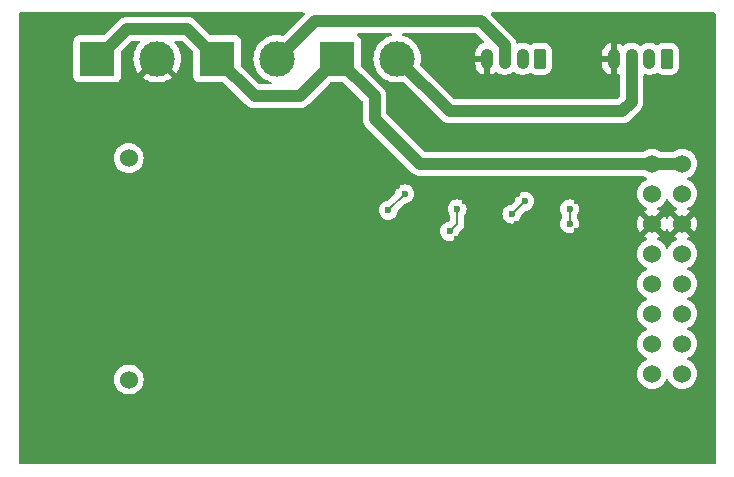
<source format=gbr>
%TF.GenerationSoftware,KiCad,Pcbnew,8.0.1*%
%TF.CreationDate,2024-09-05T21:12:14+03:00*%
%TF.ProjectId,eth-uart-breakout,6574682d-7561-4727-942d-627265616b6f,rev?*%
%TF.SameCoordinates,Original*%
%TF.FileFunction,Copper,L1,Top*%
%TF.FilePolarity,Positive*%
%FSLAX46Y46*%
G04 Gerber Fmt 4.6, Leading zero omitted, Abs format (unit mm)*
G04 Created by KiCad (PCBNEW 8.0.1) date 2024-09-05 21:12:14*
%MOMM*%
%LPD*%
G01*
G04 APERTURE LIST*
G04 Aperture macros list*
%AMRoundRect*
0 Rectangle with rounded corners*
0 $1 Rounding radius*
0 $2 $3 $4 $5 $6 $7 $8 $9 X,Y pos of 4 corners*
0 Add a 4 corners polygon primitive as box body*
4,1,4,$2,$3,$4,$5,$6,$7,$8,$9,$2,$3,0*
0 Add four circle primitives for the rounded corners*
1,1,$1+$1,$2,$3*
1,1,$1+$1,$4,$5*
1,1,$1+$1,$6,$7*
1,1,$1+$1,$8,$9*
0 Add four rect primitives between the rounded corners*
20,1,$1+$1,$2,$3,$4,$5,0*
20,1,$1+$1,$4,$5,$6,$7,0*
20,1,$1+$1,$6,$7,$8,$9,0*
20,1,$1+$1,$8,$9,$2,$3,0*%
G04 Aperture macros list end*
%TA.AperFunction,ComponentPad*%
%ADD10RoundRect,0.250000X0.265000X0.615000X-0.265000X0.615000X-0.265000X-0.615000X0.265000X-0.615000X0*%
%TD*%
%TA.AperFunction,ComponentPad*%
%ADD11O,1.030000X1.730000*%
%TD*%
%TA.AperFunction,ComponentPad*%
%ADD12R,3.000000X3.000000*%
%TD*%
%TA.AperFunction,ComponentPad*%
%ADD13C,3.000000*%
%TD*%
%TA.AperFunction,ComponentPad*%
%ADD14C,1.524000*%
%TD*%
%TA.AperFunction,ViaPad*%
%ADD15C,0.600000*%
%TD*%
%TA.AperFunction,Conductor*%
%ADD16C,0.200000*%
%TD*%
%TA.AperFunction,Conductor*%
%ADD17C,1.000000*%
%TD*%
G04 APERTURE END LIST*
D10*
%TO.P,J2,1,Pin_1*%
%TO.N,/jst_conn1/TX*%
X106680000Y-60960000D03*
D11*
%TO.P,J2,2,Pin_2*%
%TO.N,/jst_conn1/RX*%
X105180000Y-60960000D03*
%TO.P,J2,3,Pin_3*%
%TO.N,/jst_conn1/VCC*%
X103680000Y-60960000D03*
%TO.P,J2,4,Pin_4*%
%TO.N,GND*%
X102180000Y-60960000D03*
%TD*%
D12*
%TO.P,J4,1,Pin_1*%
%TO.N,+5V*%
X68580000Y-60960000D03*
D13*
%TO.P,J4,2,Pin_2*%
%TO.N,/jst_conn/VCC*%
X73660000Y-60960000D03*
%TD*%
D12*
%TO.P,J3,1,Pin_1*%
%TO.N,+5V*%
X58420000Y-60960000D03*
D13*
%TO.P,J3,2,Pin_2*%
%TO.N,GND*%
X63500000Y-60960000D03*
%TD*%
D14*
%TO.P,U1,1,5V*%
%TO.N,+5V*%
X107950000Y-69850000D03*
%TO.P,U1,2,5V*%
X105410000Y-69850000D03*
%TO.P,U1,3,3V3*%
%TO.N,unconnected-(U1-3V3-Pad3)*%
X107950000Y-72390000D03*
%TO.P,U1,4,3V3*%
%TO.N,unconnected-(U1-3V3-Pad4)*%
X105410000Y-72390000D03*
%TO.P,U1,5,GND*%
%TO.N,GND*%
X107950000Y-74930000D03*
%TO.P,U1,6,GND*%
X105410000Y-74930000D03*
%TO.P,U1,7,RST1*%
%TO.N,unconnected-(U1-RST1-Pad7)*%
X107950000Y-77470000D03*
%TO.P,U1,8,RESET*%
%TO.N,unconnected-(U1-RESET-Pad8)*%
X105410000Y-77470000D03*
%TO.P,U1,9,TXD1*%
%TO.N,Net-(JP1-A)*%
X107950000Y-80010000D03*
%TO.P,U1,10,TXD2*%
%TO.N,Net-(JP3-A)*%
X105410000Y-80010000D03*
%TO.P,U1,11,RXD1*%
%TO.N,Net-(JP2-A)*%
X107950000Y-82550000D03*
%TO.P,U1,12,RXD2*%
%TO.N,Net-(JP4-A)*%
X105410000Y-82550000D03*
%TO.P,U1,13,CFG0*%
%TO.N,unconnected-(U1-CFG0-Pad13)*%
X107950000Y-85090000D03*
%TO.P,U1,14,RUN*%
%TO.N,unconnected-(U1-RUN-Pad14)*%
X105410000Y-85090000D03*
%TO.P,U1,15,DIR1*%
%TO.N,unconnected-(U1-DIR1-Pad15)*%
X107950000Y-87630000D03*
%TO.P,U1,16,DIR2*%
%TO.N,unconnected-(U1-DIR2-Pad16)*%
X105410000Y-87630000D03*
%TO.P,U1,17,NC*%
%TO.N,unconnected-(U1-NC-Pad17)*%
X61100000Y-69365000D03*
%TO.P,U1,18,NC*%
%TO.N,unconnected-(U1-NC-Pad18)*%
X61100000Y-88115000D03*
%TD*%
D12*
%TO.P,J5,1,Pin_1*%
%TO.N,+5V*%
X78740000Y-60960000D03*
D13*
%TO.P,J5,2,Pin_2*%
%TO.N,/jst_conn1/VCC*%
X83820000Y-60960000D03*
%TD*%
D10*
%TO.P,J1,1,Pin_1*%
%TO.N,/jst_conn/TX*%
X95940000Y-60960000D03*
D11*
%TO.P,J1,2,Pin_2*%
%TO.N,/jst_conn/RX*%
X94440000Y-60960000D03*
%TO.P,J1,3,Pin_3*%
%TO.N,/jst_conn/VCC*%
X92940000Y-60960000D03*
%TO.P,J1,4,Pin_4*%
%TO.N,GND*%
X91440000Y-60960000D03*
%TD*%
D15*
%TO.N,/jst_conn/TX*%
X88900000Y-73660000D03*
X88265000Y-75565000D03*
%TO.N,GND*%
X100330000Y-81280000D03*
X75565000Y-70485000D03*
X99060000Y-59690000D03*
X88900000Y-76200000D03*
X53975000Y-89535000D03*
X89535000Y-78740000D03*
X96520000Y-59055000D03*
X102235000Y-72390000D03*
X102235000Y-79375000D03*
X83185000Y-70485000D03*
X83820000Y-71755000D03*
X81915000Y-84455000D03*
X59690000Y-80645000D03*
X78105000Y-81280000D03*
X68580000Y-76200000D03*
X99060000Y-75565000D03*
X100330000Y-87630000D03*
X83185000Y-74930000D03*
X54610000Y-74295000D03*
X88265000Y-60960000D03*
X76200000Y-88265000D03*
X108585000Y-64135000D03*
X94615000Y-59055000D03*
X93345000Y-78740000D03*
X53975000Y-67945000D03*
X93980000Y-74930000D03*
X90805000Y-87630000D03*
X92710000Y-81915000D03*
X89535000Y-73025000D03*
X105410000Y-59055000D03*
X107315000Y-59055000D03*
X53975000Y-83820000D03*
X99060000Y-73025000D03*
X93980000Y-72390000D03*
X95885000Y-81915000D03*
X67945000Y-88900000D03*
X53975000Y-60325000D03*
X99060000Y-78740000D03*
%TO.N,/jst_conn1/TX*%
X98425000Y-73660000D03*
X98425000Y-74930000D03*
%TO.N,Net-(JP1-A)*%
X83063235Y-73781765D03*
X84455000Y-72390000D03*
%TO.N,Net-(JP3-A)*%
X93540735Y-74099265D03*
X94615000Y-73025000D03*
%TD*%
D16*
%TO.N,/jst_conn/TX*%
X88265000Y-75565000D02*
X88900000Y-74930000D01*
X88900000Y-74930000D02*
X88900000Y-73660000D01*
D17*
%TO.N,/jst_conn/VCC*%
X92940000Y-59795000D02*
X92940000Y-60960000D01*
X90930000Y-57785000D02*
X92940000Y-59795000D01*
X76835000Y-57785000D02*
X90930000Y-57785000D01*
X73660000Y-60960000D02*
X76835000Y-57785000D01*
%TO.N,/jst_conn1/VCC*%
X103680000Y-64595000D02*
X103680000Y-60960000D01*
X88265000Y-65405000D02*
X102870000Y-65405000D01*
X102870000Y-65405000D02*
X103680000Y-64595000D01*
X83820000Y-60960000D02*
X88265000Y-65405000D01*
D16*
%TO.N,/jst_conn1/TX*%
X98425000Y-74295000D02*
X98425000Y-73660000D01*
X98425000Y-74930000D02*
X98425000Y-74295000D01*
D17*
%TO.N,+5V*%
X81915000Y-66040000D02*
X81915000Y-64135000D01*
X81915000Y-64135000D02*
X78740000Y-60960000D01*
X71755000Y-64135000D02*
X75565000Y-64135000D01*
X85725000Y-69850000D02*
X81915000Y-66040000D01*
X68580000Y-60960000D02*
X71755000Y-64135000D01*
X58420000Y-60960000D02*
X60960000Y-58420000D01*
X60960000Y-58420000D02*
X66040000Y-58420000D01*
X105410000Y-69850000D02*
X85725000Y-69850000D01*
X66040000Y-58420000D02*
X68580000Y-60960000D01*
X75565000Y-64135000D02*
X78740000Y-60960000D01*
X105410000Y-69850000D02*
X107950000Y-69850000D01*
D16*
%TO.N,Net-(JP1-A)*%
X83063235Y-73781765D02*
X84455000Y-72390000D01*
%TO.N,Net-(JP3-A)*%
X93540735Y-74099265D02*
X94615000Y-73025000D01*
%TD*%
%TA.AperFunction,Conductor*%
%TO.N,GND*%
G36*
X75952256Y-57040185D02*
G01*
X75998011Y-57092989D01*
X76007955Y-57162147D01*
X75978930Y-57225703D01*
X75972898Y-57232181D01*
X74227259Y-58977819D01*
X74165936Y-59011304D01*
X74113220Y-59011304D01*
X73945435Y-58974805D01*
X73945428Y-58974804D01*
X73660001Y-58954390D01*
X73659999Y-58954390D01*
X73374566Y-58974804D01*
X73094962Y-59035628D01*
X72826833Y-59135635D01*
X72575690Y-59272770D01*
X72575682Y-59272775D01*
X72346612Y-59444254D01*
X72346594Y-59444270D01*
X72144270Y-59646594D01*
X72144254Y-59646612D01*
X71972775Y-59875682D01*
X71972770Y-59875690D01*
X71835635Y-60126833D01*
X71735628Y-60394962D01*
X71674804Y-60674566D01*
X71654390Y-60959998D01*
X71654390Y-60960001D01*
X71674804Y-61245433D01*
X71735628Y-61525037D01*
X71735630Y-61525043D01*
X71735631Y-61525046D01*
X71835557Y-61792958D01*
X71835635Y-61793166D01*
X71972770Y-62044309D01*
X71972775Y-62044317D01*
X72144254Y-62273387D01*
X72144270Y-62273405D01*
X72346594Y-62475729D01*
X72346612Y-62475745D01*
X72575682Y-62647224D01*
X72575690Y-62647229D01*
X72826833Y-62784364D01*
X72826832Y-62784364D01*
X72826836Y-62784365D01*
X72826839Y-62784367D01*
X73094954Y-62884369D01*
X73108000Y-62887207D01*
X73117776Y-62889334D01*
X73179099Y-62922819D01*
X73212583Y-62984142D01*
X73207599Y-63053834D01*
X73165727Y-63109767D01*
X73100263Y-63134184D01*
X73091417Y-63134500D01*
X72220782Y-63134500D01*
X72153743Y-63114815D01*
X72133101Y-63098181D01*
X70616818Y-61581898D01*
X70583333Y-61520575D01*
X70580499Y-61494217D01*
X70580499Y-59412129D01*
X70580498Y-59412123D01*
X70580497Y-59412116D01*
X70574091Y-59352517D01*
X70562370Y-59321092D01*
X70523797Y-59217671D01*
X70523793Y-59217664D01*
X70437547Y-59102455D01*
X70437544Y-59102452D01*
X70322335Y-59016206D01*
X70322328Y-59016202D01*
X70187482Y-58965908D01*
X70187483Y-58965908D01*
X70127883Y-58959501D01*
X70127881Y-58959500D01*
X70127873Y-58959500D01*
X70127865Y-58959500D01*
X68045783Y-58959500D01*
X67978744Y-58939815D01*
X67958102Y-58923181D01*
X66824209Y-57789289D01*
X66824206Y-57789285D01*
X66824206Y-57789286D01*
X66817139Y-57782219D01*
X66817139Y-57782218D01*
X66677782Y-57642861D01*
X66677781Y-57642860D01*
X66677780Y-57642859D01*
X66513916Y-57533369D01*
X66513911Y-57533366D01*
X66441315Y-57503296D01*
X66385165Y-57480038D01*
X66331836Y-57457949D01*
X66331832Y-57457948D01*
X66331828Y-57457946D01*
X66235188Y-57438724D01*
X66138544Y-57419500D01*
X66138541Y-57419500D01*
X61058540Y-57419500D01*
X60861459Y-57419500D01*
X60861456Y-57419500D01*
X60668171Y-57457946D01*
X60668167Y-57457948D01*
X60668165Y-57457948D01*
X60668164Y-57457949D01*
X60592745Y-57489188D01*
X60592743Y-57489189D01*
X60486085Y-57533368D01*
X60486085Y-57533369D01*
X60486084Y-57533369D01*
X60322222Y-57642857D01*
X60322214Y-57642863D01*
X59041897Y-58923181D01*
X58980574Y-58956666D01*
X58954216Y-58959500D01*
X56872129Y-58959500D01*
X56872123Y-58959501D01*
X56812516Y-58965908D01*
X56677671Y-59016202D01*
X56677664Y-59016206D01*
X56562455Y-59102452D01*
X56562452Y-59102455D01*
X56476206Y-59217664D01*
X56476202Y-59217671D01*
X56425908Y-59352517D01*
X56419501Y-59412116D01*
X56419501Y-59412123D01*
X56419500Y-59412135D01*
X56419500Y-62507870D01*
X56419501Y-62507876D01*
X56425908Y-62567483D01*
X56476202Y-62702328D01*
X56476206Y-62702335D01*
X56562452Y-62817544D01*
X56562455Y-62817547D01*
X56677664Y-62903793D01*
X56677671Y-62903797D01*
X56812517Y-62954091D01*
X56812516Y-62954091D01*
X56819444Y-62954835D01*
X56872127Y-62960500D01*
X59967872Y-62960499D01*
X60027483Y-62954091D01*
X60162331Y-62903796D01*
X60277546Y-62817546D01*
X60363796Y-62702331D01*
X60414091Y-62567483D01*
X60420500Y-62507873D01*
X60420499Y-60425782D01*
X60440184Y-60358744D01*
X60456818Y-60338102D01*
X61338102Y-59456819D01*
X61399425Y-59423334D01*
X61425783Y-59420500D01*
X61911710Y-59420500D01*
X61978749Y-59440185D01*
X62024504Y-59492989D01*
X62034448Y-59562147D01*
X62005423Y-59625703D01*
X61999391Y-59632181D01*
X61984649Y-59646922D01*
X61984639Y-59646934D01*
X61813192Y-59875960D01*
X61813191Y-59875961D01*
X61676091Y-60127041D01*
X61576109Y-60395104D01*
X61515300Y-60674637D01*
X61494891Y-60959998D01*
X61494891Y-60960001D01*
X61515300Y-61245362D01*
X61576109Y-61524895D01*
X61676091Y-61792958D01*
X61813191Y-62044038D01*
X61813196Y-62044046D01*
X61919882Y-62186561D01*
X61919883Y-62186562D01*
X62814767Y-61291677D01*
X62826497Y-61319995D01*
X62909670Y-61444472D01*
X63015528Y-61550330D01*
X63140005Y-61633503D01*
X63168320Y-61645231D01*
X62273436Y-62540115D01*
X62415960Y-62646807D01*
X62415961Y-62646808D01*
X62667042Y-62783908D01*
X62667041Y-62783908D01*
X62935104Y-62883890D01*
X63214637Y-62944699D01*
X63499999Y-62965109D01*
X63500001Y-62965109D01*
X63785362Y-62944699D01*
X64064895Y-62883890D01*
X64332958Y-62783908D01*
X64584047Y-62646803D01*
X64726561Y-62540116D01*
X64726562Y-62540115D01*
X63831679Y-61645231D01*
X63859995Y-61633503D01*
X63984472Y-61550330D01*
X64090330Y-61444472D01*
X64173503Y-61319995D01*
X64185231Y-61291678D01*
X65080115Y-62186562D01*
X65080116Y-62186561D01*
X65186803Y-62044047D01*
X65323908Y-61792958D01*
X65423890Y-61524895D01*
X65484699Y-61245362D01*
X65505109Y-60960001D01*
X65505109Y-60959998D01*
X65484699Y-60674637D01*
X65423890Y-60395104D01*
X65323908Y-60127041D01*
X65186808Y-59875961D01*
X65186807Y-59875960D01*
X65015360Y-59646934D01*
X65015350Y-59646922D01*
X65000609Y-59632181D01*
X64967124Y-59570858D01*
X64972108Y-59501166D01*
X65013980Y-59445233D01*
X65079444Y-59420816D01*
X65088290Y-59420500D01*
X65574218Y-59420500D01*
X65641257Y-59440185D01*
X65661899Y-59456819D01*
X66543181Y-60338101D01*
X66576666Y-60399424D01*
X66579500Y-60425782D01*
X66579500Y-62507870D01*
X66579501Y-62507876D01*
X66585908Y-62567483D01*
X66636202Y-62702328D01*
X66636206Y-62702335D01*
X66722452Y-62817544D01*
X66722455Y-62817547D01*
X66837664Y-62903793D01*
X66837671Y-62903797D01*
X66972517Y-62954091D01*
X66972516Y-62954091D01*
X66979444Y-62954835D01*
X67032127Y-62960500D01*
X69114217Y-62960499D01*
X69181256Y-62980184D01*
X69201898Y-62996818D01*
X70974735Y-64769655D01*
X70974764Y-64769686D01*
X71117217Y-64912139D01*
X71281080Y-65021628D01*
X71281086Y-65021632D01*
X71281088Y-65021633D01*
X71281092Y-65021635D01*
X71334479Y-65043747D01*
X71395236Y-65068914D01*
X71463164Y-65097051D01*
X71559812Y-65116275D01*
X71608135Y-65125887D01*
X71656458Y-65135500D01*
X71656459Y-65135500D01*
X75663542Y-65135500D01*
X75682870Y-65131655D01*
X75760188Y-65116275D01*
X75856836Y-65097051D01*
X75924764Y-65068914D01*
X76038914Y-65021632D01*
X76202782Y-64912139D01*
X76342139Y-64772782D01*
X76342140Y-64772779D01*
X76349206Y-64765714D01*
X76349209Y-64765710D01*
X78118101Y-62996818D01*
X78179424Y-62963333D01*
X78205782Y-62960499D01*
X79274217Y-62960499D01*
X79341256Y-62980184D01*
X79361898Y-62996818D01*
X80878181Y-64513101D01*
X80911666Y-64574424D01*
X80914500Y-64600782D01*
X80914500Y-66138541D01*
X80914500Y-66138543D01*
X80914499Y-66138543D01*
X80952947Y-66331829D01*
X80952950Y-66331839D01*
X81028364Y-66513907D01*
X81028371Y-66513920D01*
X81137859Y-66677780D01*
X81137860Y-66677781D01*
X81137861Y-66677782D01*
X81277218Y-66817139D01*
X81277219Y-66817139D01*
X81284286Y-66824206D01*
X81284285Y-66824206D01*
X81284289Y-66824209D01*
X85087215Y-70627137D01*
X85087219Y-70627140D01*
X85251079Y-70736628D01*
X85251085Y-70736631D01*
X85251086Y-70736632D01*
X85433165Y-70812052D01*
X85594389Y-70844121D01*
X85626457Y-70850499D01*
X85626458Y-70850500D01*
X85626459Y-70850500D01*
X85626460Y-70850500D01*
X85823541Y-70850500D01*
X104598662Y-70850500D01*
X104665701Y-70870185D01*
X104669767Y-70872912D01*
X104776338Y-70947534D01*
X104899972Y-71005185D01*
X104905189Y-71007618D01*
X104957628Y-71053790D01*
X104976780Y-71120984D01*
X104956564Y-71187865D01*
X104905189Y-71232382D01*
X104776340Y-71292465D01*
X104776338Y-71292466D01*
X104595377Y-71419175D01*
X104439175Y-71575377D01*
X104312466Y-71756338D01*
X104312465Y-71756340D01*
X104219107Y-71956548D01*
X104219104Y-71956554D01*
X104161930Y-72169929D01*
X104161929Y-72169937D01*
X104142677Y-72389997D01*
X104142677Y-72390002D01*
X104161929Y-72610062D01*
X104161930Y-72610070D01*
X104219104Y-72823445D01*
X104219105Y-72823447D01*
X104219106Y-72823450D01*
X104278613Y-72951063D01*
X104312466Y-73023662D01*
X104312468Y-73023666D01*
X104439170Y-73204615D01*
X104439175Y-73204621D01*
X104595378Y-73360824D01*
X104595384Y-73360829D01*
X104776333Y-73487531D01*
X104776335Y-73487532D01*
X104776338Y-73487534D01*
X104905781Y-73547894D01*
X104958220Y-73594066D01*
X104977372Y-73661260D01*
X104957156Y-73728141D01*
X104905781Y-73772658D01*
X104776590Y-73832901D01*
X104711811Y-73878258D01*
X105382553Y-74549000D01*
X105359840Y-74549000D01*
X105262939Y-74574964D01*
X105176060Y-74625124D01*
X105105124Y-74696060D01*
X105054964Y-74782939D01*
X105029000Y-74879840D01*
X105029000Y-74902553D01*
X104358258Y-74231811D01*
X104312901Y-74296590D01*
X104219579Y-74496720D01*
X104219575Y-74496729D01*
X104162426Y-74710013D01*
X104162424Y-74710023D01*
X104143179Y-74929999D01*
X104143179Y-74930000D01*
X104162424Y-75149976D01*
X104162426Y-75149986D01*
X104219575Y-75363270D01*
X104219580Y-75363284D01*
X104312898Y-75563405D01*
X104312901Y-75563411D01*
X104358258Y-75628187D01*
X104358259Y-75628188D01*
X105029000Y-74957447D01*
X105029000Y-74980160D01*
X105054964Y-75077061D01*
X105105124Y-75163940D01*
X105176060Y-75234876D01*
X105262939Y-75285036D01*
X105359840Y-75311000D01*
X105382553Y-75311000D01*
X104711810Y-75981740D01*
X104776589Y-76027098D01*
X104905781Y-76087342D01*
X104958220Y-76133514D01*
X104977372Y-76200708D01*
X104957156Y-76267589D01*
X104905781Y-76312106D01*
X104776340Y-76372465D01*
X104776338Y-76372466D01*
X104595377Y-76499175D01*
X104439175Y-76655377D01*
X104312466Y-76836338D01*
X104312465Y-76836340D01*
X104219107Y-77036548D01*
X104219104Y-77036554D01*
X104161930Y-77249929D01*
X104161929Y-77249937D01*
X104142677Y-77469997D01*
X104142677Y-77470002D01*
X104161929Y-77690062D01*
X104161930Y-77690070D01*
X104219104Y-77903445D01*
X104219105Y-77903447D01*
X104219106Y-77903450D01*
X104252382Y-77974811D01*
X104312466Y-78103662D01*
X104312468Y-78103666D01*
X104439170Y-78284615D01*
X104439175Y-78284621D01*
X104595378Y-78440824D01*
X104595384Y-78440829D01*
X104776333Y-78567531D01*
X104776335Y-78567532D01*
X104776338Y-78567534D01*
X104895748Y-78623215D01*
X104905189Y-78627618D01*
X104957628Y-78673790D01*
X104976780Y-78740984D01*
X104956564Y-78807865D01*
X104905189Y-78852382D01*
X104776340Y-78912465D01*
X104776338Y-78912466D01*
X104595377Y-79039175D01*
X104439175Y-79195377D01*
X104312466Y-79376338D01*
X104312465Y-79376340D01*
X104219107Y-79576548D01*
X104219104Y-79576554D01*
X104161930Y-79789929D01*
X104161929Y-79789937D01*
X104142677Y-80009997D01*
X104142677Y-80010002D01*
X104161929Y-80230062D01*
X104161930Y-80230070D01*
X104219104Y-80443445D01*
X104219105Y-80443447D01*
X104219106Y-80443450D01*
X104252382Y-80514811D01*
X104312466Y-80643662D01*
X104312468Y-80643666D01*
X104439170Y-80824615D01*
X104439175Y-80824621D01*
X104595378Y-80980824D01*
X104595384Y-80980829D01*
X104776333Y-81107531D01*
X104776335Y-81107532D01*
X104776338Y-81107534D01*
X104895748Y-81163215D01*
X104905189Y-81167618D01*
X104957628Y-81213790D01*
X104976780Y-81280984D01*
X104956564Y-81347865D01*
X104905189Y-81392382D01*
X104776340Y-81452465D01*
X104776338Y-81452466D01*
X104595377Y-81579175D01*
X104439175Y-81735377D01*
X104312466Y-81916338D01*
X104312465Y-81916340D01*
X104219107Y-82116548D01*
X104219104Y-82116554D01*
X104161930Y-82329929D01*
X104161929Y-82329937D01*
X104142677Y-82549997D01*
X104142677Y-82550002D01*
X104161929Y-82770062D01*
X104161930Y-82770070D01*
X104219104Y-82983445D01*
X104219105Y-82983447D01*
X104219106Y-82983450D01*
X104252382Y-83054811D01*
X104312466Y-83183662D01*
X104312468Y-83183666D01*
X104439170Y-83364615D01*
X104439175Y-83364621D01*
X104595378Y-83520824D01*
X104595384Y-83520829D01*
X104776333Y-83647531D01*
X104776335Y-83647532D01*
X104776338Y-83647534D01*
X104895748Y-83703215D01*
X104905189Y-83707618D01*
X104957628Y-83753790D01*
X104976780Y-83820984D01*
X104956564Y-83887865D01*
X104905189Y-83932382D01*
X104776340Y-83992465D01*
X104776338Y-83992466D01*
X104595377Y-84119175D01*
X104439175Y-84275377D01*
X104312466Y-84456338D01*
X104312465Y-84456340D01*
X104219107Y-84656548D01*
X104219104Y-84656554D01*
X104161930Y-84869929D01*
X104161929Y-84869937D01*
X104142677Y-85089997D01*
X104142677Y-85090002D01*
X104161929Y-85310062D01*
X104161930Y-85310070D01*
X104219104Y-85523445D01*
X104219105Y-85523447D01*
X104219106Y-85523450D01*
X104252382Y-85594811D01*
X104312466Y-85723662D01*
X104312468Y-85723666D01*
X104439170Y-85904615D01*
X104439175Y-85904621D01*
X104595378Y-86060824D01*
X104595384Y-86060829D01*
X104776333Y-86187531D01*
X104776335Y-86187532D01*
X104776338Y-86187534D01*
X104895748Y-86243215D01*
X104905189Y-86247618D01*
X104957628Y-86293790D01*
X104976780Y-86360984D01*
X104956564Y-86427865D01*
X104905189Y-86472382D01*
X104776340Y-86532465D01*
X104776338Y-86532466D01*
X104595377Y-86659175D01*
X104439175Y-86815377D01*
X104312466Y-86996338D01*
X104312465Y-86996340D01*
X104219107Y-87196548D01*
X104219104Y-87196554D01*
X104161930Y-87409929D01*
X104161929Y-87409937D01*
X104142677Y-87629997D01*
X104142677Y-87630002D01*
X104161929Y-87850062D01*
X104161930Y-87850070D01*
X104219104Y-88063445D01*
X104219105Y-88063447D01*
X104219106Y-88063450D01*
X104243143Y-88114997D01*
X104312466Y-88263662D01*
X104312468Y-88263666D01*
X104439170Y-88444615D01*
X104439175Y-88444621D01*
X104595378Y-88600824D01*
X104595384Y-88600829D01*
X104776333Y-88727531D01*
X104776335Y-88727532D01*
X104776338Y-88727534D01*
X104976550Y-88820894D01*
X105189932Y-88878070D01*
X105347123Y-88891822D01*
X105409998Y-88897323D01*
X105410000Y-88897323D01*
X105410002Y-88897323D01*
X105465017Y-88892509D01*
X105630068Y-88878070D01*
X105843450Y-88820894D01*
X106043662Y-88727534D01*
X106224620Y-88600826D01*
X106380826Y-88444620D01*
X106507534Y-88263662D01*
X106567618Y-88134811D01*
X106613790Y-88082371D01*
X106680983Y-88063219D01*
X106747865Y-88083435D01*
X106792382Y-88134811D01*
X106852464Y-88263658D01*
X106852468Y-88263666D01*
X106979170Y-88444615D01*
X106979175Y-88444621D01*
X107135378Y-88600824D01*
X107135384Y-88600829D01*
X107316333Y-88727531D01*
X107316335Y-88727532D01*
X107316338Y-88727534D01*
X107516550Y-88820894D01*
X107729932Y-88878070D01*
X107887123Y-88891822D01*
X107949998Y-88897323D01*
X107950000Y-88897323D01*
X107950002Y-88897323D01*
X108005017Y-88892509D01*
X108170068Y-88878070D01*
X108383450Y-88820894D01*
X108583662Y-88727534D01*
X108764620Y-88600826D01*
X108920826Y-88444620D01*
X109047534Y-88263662D01*
X109140894Y-88063450D01*
X109198070Y-87850068D01*
X109217323Y-87630000D01*
X109198070Y-87409932D01*
X109140894Y-87196550D01*
X109047534Y-86996339D01*
X108984180Y-86905859D01*
X108920827Y-86815381D01*
X108920823Y-86815377D01*
X108764620Y-86659174D01*
X108764616Y-86659171D01*
X108764615Y-86659170D01*
X108583666Y-86532468D01*
X108583658Y-86532464D01*
X108454811Y-86472382D01*
X108402371Y-86426210D01*
X108383219Y-86359017D01*
X108403435Y-86292135D01*
X108454811Y-86247618D01*
X108460802Y-86244824D01*
X108583662Y-86187534D01*
X108764620Y-86060826D01*
X108920826Y-85904620D01*
X109047534Y-85723662D01*
X109140894Y-85523450D01*
X109198070Y-85310068D01*
X109217323Y-85090000D01*
X109198070Y-84869932D01*
X109140894Y-84656550D01*
X109047534Y-84456339D01*
X108920826Y-84275380D01*
X108764620Y-84119174D01*
X108764616Y-84119171D01*
X108764615Y-84119170D01*
X108583666Y-83992468D01*
X108583658Y-83992464D01*
X108454811Y-83932382D01*
X108402371Y-83886210D01*
X108383219Y-83819017D01*
X108403435Y-83752135D01*
X108454811Y-83707618D01*
X108460802Y-83704824D01*
X108583662Y-83647534D01*
X108764620Y-83520826D01*
X108920826Y-83364620D01*
X109047534Y-83183662D01*
X109140894Y-82983450D01*
X109198070Y-82770068D01*
X109217323Y-82550000D01*
X109198070Y-82329932D01*
X109140894Y-82116550D01*
X109047534Y-81916339D01*
X108920826Y-81735380D01*
X108764620Y-81579174D01*
X108764616Y-81579171D01*
X108764615Y-81579170D01*
X108583666Y-81452468D01*
X108583658Y-81452464D01*
X108454811Y-81392382D01*
X108402371Y-81346210D01*
X108383219Y-81279017D01*
X108403435Y-81212135D01*
X108454811Y-81167618D01*
X108460802Y-81164824D01*
X108583662Y-81107534D01*
X108764620Y-80980826D01*
X108920826Y-80824620D01*
X109047534Y-80643662D01*
X109140894Y-80443450D01*
X109198070Y-80230068D01*
X109217323Y-80010000D01*
X109198070Y-79789932D01*
X109140894Y-79576550D01*
X109047534Y-79376339D01*
X108920826Y-79195380D01*
X108764620Y-79039174D01*
X108764616Y-79039171D01*
X108764615Y-79039170D01*
X108583666Y-78912468D01*
X108583658Y-78912464D01*
X108454811Y-78852382D01*
X108402371Y-78806210D01*
X108383219Y-78739017D01*
X108403435Y-78672135D01*
X108454811Y-78627618D01*
X108460802Y-78624824D01*
X108583662Y-78567534D01*
X108764620Y-78440826D01*
X108920826Y-78284620D01*
X109047534Y-78103662D01*
X109140894Y-77903450D01*
X109198070Y-77690068D01*
X109217323Y-77470000D01*
X109198070Y-77249932D01*
X109140894Y-77036550D01*
X109047534Y-76836339D01*
X108920826Y-76655380D01*
X108764620Y-76499174D01*
X108764616Y-76499171D01*
X108764615Y-76499170D01*
X108583666Y-76372468D01*
X108583662Y-76372466D01*
X108454218Y-76312105D01*
X108401779Y-76265932D01*
X108382627Y-76198739D01*
X108402843Y-76131858D01*
X108454219Y-76087340D01*
X108583416Y-76027095D01*
X108583417Y-76027094D01*
X108648188Y-75981741D01*
X107977448Y-75311000D01*
X108000160Y-75311000D01*
X108097061Y-75285036D01*
X108183940Y-75234876D01*
X108254876Y-75163940D01*
X108305036Y-75077061D01*
X108331000Y-74980160D01*
X108331000Y-74957447D01*
X109001741Y-75628188D01*
X109047094Y-75563417D01*
X109047100Y-75563407D01*
X109140419Y-75363284D01*
X109140424Y-75363270D01*
X109197573Y-75149986D01*
X109197575Y-75149976D01*
X109216821Y-74930000D01*
X109216821Y-74929999D01*
X109197575Y-74710023D01*
X109197573Y-74710013D01*
X109140424Y-74496729D01*
X109140420Y-74496720D01*
X109047096Y-74296586D01*
X109001741Y-74231811D01*
X109001740Y-74231810D01*
X108331000Y-74902551D01*
X108331000Y-74879840D01*
X108305036Y-74782939D01*
X108254876Y-74696060D01*
X108183940Y-74625124D01*
X108097061Y-74574964D01*
X108000160Y-74549000D01*
X107977448Y-74549000D01*
X108648188Y-73878259D01*
X108648187Y-73878258D01*
X108583411Y-73832901D01*
X108583405Y-73832898D01*
X108454219Y-73772658D01*
X108401779Y-73726486D01*
X108382627Y-73659293D01*
X108402843Y-73592411D01*
X108454219Y-73547894D01*
X108583662Y-73487534D01*
X108764620Y-73360826D01*
X108920826Y-73204620D01*
X109047534Y-73023662D01*
X109140894Y-72823450D01*
X109198070Y-72610068D01*
X109212509Y-72445017D01*
X109217323Y-72390002D01*
X109217323Y-72389997D01*
X109204168Y-72239631D01*
X109198070Y-72169932D01*
X109140894Y-71956550D01*
X109047534Y-71756339D01*
X108983026Y-71664211D01*
X108920827Y-71575381D01*
X108920823Y-71575377D01*
X108764620Y-71419174D01*
X108764616Y-71419171D01*
X108764615Y-71419170D01*
X108583666Y-71292468D01*
X108583658Y-71292464D01*
X108454811Y-71232382D01*
X108402371Y-71186210D01*
X108383219Y-71119017D01*
X108403435Y-71052135D01*
X108454811Y-71007618D01*
X108460802Y-71004824D01*
X108583662Y-70947534D01*
X108764620Y-70820826D01*
X108920826Y-70664620D01*
X109047534Y-70483662D01*
X109140894Y-70283450D01*
X109198070Y-70070068D01*
X109217323Y-69850000D01*
X109198070Y-69629932D01*
X109140894Y-69416550D01*
X109047534Y-69216339D01*
X108920826Y-69035380D01*
X108764620Y-68879174D01*
X108764616Y-68879171D01*
X108764615Y-68879170D01*
X108583666Y-68752468D01*
X108583662Y-68752466D01*
X108538355Y-68731339D01*
X108383450Y-68659106D01*
X108383447Y-68659105D01*
X108383445Y-68659104D01*
X108170070Y-68601930D01*
X108170062Y-68601929D01*
X107950002Y-68582677D01*
X107949998Y-68582677D01*
X107729937Y-68601929D01*
X107729929Y-68601930D01*
X107516554Y-68659104D01*
X107516548Y-68659107D01*
X107316340Y-68752465D01*
X107316338Y-68752466D01*
X107246691Y-68801233D01*
X107209784Y-68827075D01*
X107143580Y-68849402D01*
X107138663Y-68849500D01*
X106221338Y-68849500D01*
X106154299Y-68829815D01*
X106150232Y-68827087D01*
X106043662Y-68752466D01*
X105843450Y-68659106D01*
X105843447Y-68659105D01*
X105843445Y-68659104D01*
X105630070Y-68601930D01*
X105630062Y-68601929D01*
X105410002Y-68582677D01*
X105409998Y-68582677D01*
X105189937Y-68601929D01*
X105189929Y-68601930D01*
X104976554Y-68659104D01*
X104976548Y-68659107D01*
X104776340Y-68752465D01*
X104776338Y-68752466D01*
X104706691Y-68801233D01*
X104669784Y-68827075D01*
X104603580Y-68849402D01*
X104598663Y-68849500D01*
X86190783Y-68849500D01*
X86123744Y-68829815D01*
X86103102Y-68813181D01*
X82951819Y-65661898D01*
X82918334Y-65600575D01*
X82915500Y-65574217D01*
X82915500Y-64036456D01*
X82877052Y-63843170D01*
X82877051Y-63843169D01*
X82877051Y-63843165D01*
X82877049Y-63843160D01*
X82801635Y-63661092D01*
X82801628Y-63661079D01*
X82692139Y-63497218D01*
X82692136Y-63497214D01*
X82549686Y-63354764D01*
X82549655Y-63354735D01*
X80776818Y-61581898D01*
X80743333Y-61520575D01*
X80740499Y-61494217D01*
X80740499Y-59412129D01*
X80740498Y-59412123D01*
X80740497Y-59412116D01*
X80734091Y-59352517D01*
X80722370Y-59321092D01*
X80683797Y-59217671D01*
X80683793Y-59217664D01*
X80597547Y-59102455D01*
X80597544Y-59102452D01*
X80475231Y-59010888D01*
X80476752Y-59008855D01*
X80436823Y-58968925D01*
X80421972Y-58900652D01*
X80446390Y-58835188D01*
X80502324Y-58793318D01*
X80545656Y-58785500D01*
X83251417Y-58785500D01*
X83318456Y-58805185D01*
X83364211Y-58857989D01*
X83374155Y-58927147D01*
X83345130Y-58990703D01*
X83286352Y-59028477D01*
X83277776Y-59030666D01*
X83254961Y-59035629D01*
X83254957Y-59035630D01*
X83254954Y-59035631D01*
X83061983Y-59107605D01*
X82986833Y-59135635D01*
X82735690Y-59272770D01*
X82735682Y-59272775D01*
X82506612Y-59444254D01*
X82506594Y-59444270D01*
X82304270Y-59646594D01*
X82304254Y-59646612D01*
X82132775Y-59875682D01*
X82132770Y-59875690D01*
X81995635Y-60126833D01*
X81895628Y-60394962D01*
X81834804Y-60674566D01*
X81814390Y-60959998D01*
X81814390Y-60960001D01*
X81834804Y-61245433D01*
X81895628Y-61525037D01*
X81895630Y-61525043D01*
X81895631Y-61525046D01*
X81995557Y-61792958D01*
X81995635Y-61793166D01*
X82132770Y-62044309D01*
X82132775Y-62044317D01*
X82304254Y-62273387D01*
X82304270Y-62273405D01*
X82506594Y-62475729D01*
X82506612Y-62475745D01*
X82735682Y-62647224D01*
X82735690Y-62647229D01*
X82986833Y-62784364D01*
X82986832Y-62784364D01*
X82986836Y-62784365D01*
X82986839Y-62784367D01*
X83254954Y-62884369D01*
X83254960Y-62884370D01*
X83254962Y-62884371D01*
X83534566Y-62945195D01*
X83534568Y-62945195D01*
X83534572Y-62945196D01*
X83788163Y-62963333D01*
X83819999Y-62965610D01*
X83820000Y-62965610D01*
X83820001Y-62965610D01*
X83851837Y-62963333D01*
X84105428Y-62945196D01*
X84273222Y-62908694D01*
X84342910Y-62913678D01*
X84387258Y-62942178D01*
X87487860Y-66042781D01*
X87487861Y-66042782D01*
X87627218Y-66182139D01*
X87791086Y-66291632D01*
X87888148Y-66331836D01*
X87973164Y-66367051D01*
X88069812Y-66386275D01*
X88118135Y-66395887D01*
X88166458Y-66405500D01*
X88166459Y-66405500D01*
X102968542Y-66405500D01*
X102987870Y-66401655D01*
X103065188Y-66386275D01*
X103161836Y-66367051D01*
X103246852Y-66331836D01*
X103343914Y-66291632D01*
X103507782Y-66182139D01*
X103647139Y-66042782D01*
X103647140Y-66042779D01*
X103654206Y-66035714D01*
X103654209Y-66035710D01*
X104317778Y-65372141D01*
X104317782Y-65372139D01*
X104457139Y-65232782D01*
X104566632Y-65068914D01*
X104642051Y-64886835D01*
X104666144Y-64765714D01*
X104680500Y-64693543D01*
X104680500Y-62387849D01*
X104700185Y-62320810D01*
X104752989Y-62275055D01*
X104822147Y-62265111D01*
X104851952Y-62273288D01*
X104882623Y-62285992D01*
X104883789Y-62286475D01*
X105027185Y-62314998D01*
X105079977Y-62325499D01*
X105079981Y-62325500D01*
X105079982Y-62325500D01*
X105280019Y-62325500D01*
X105280020Y-62325499D01*
X105476211Y-62286475D01*
X105661020Y-62209925D01*
X105772751Y-62135268D01*
X105839427Y-62114391D01*
X105906807Y-62132875D01*
X105929322Y-62150690D01*
X105946344Y-62167712D01*
X106095666Y-62259814D01*
X106262203Y-62314999D01*
X106364991Y-62325500D01*
X106995008Y-62325499D01*
X106995016Y-62325498D01*
X106995019Y-62325498D01*
X107051302Y-62319748D01*
X107097797Y-62314999D01*
X107264334Y-62259814D01*
X107413656Y-62167712D01*
X107537712Y-62043656D01*
X107629814Y-61894334D01*
X107684999Y-61727797D01*
X107695500Y-61625009D01*
X107695499Y-60294992D01*
X107684999Y-60192203D01*
X107629814Y-60025666D01*
X107537712Y-59876344D01*
X107413656Y-59752288D01*
X107264334Y-59660186D01*
X107097797Y-59605001D01*
X107097795Y-59605000D01*
X106995010Y-59594500D01*
X106364998Y-59594500D01*
X106364980Y-59594501D01*
X106262203Y-59605000D01*
X106262200Y-59605001D01*
X106095668Y-59660185D01*
X106095663Y-59660187D01*
X106014789Y-59710071D01*
X105946344Y-59752288D01*
X105946342Y-59752289D01*
X105946337Y-59752293D01*
X105929317Y-59769312D01*
X105867993Y-59802794D01*
X105798301Y-59797807D01*
X105772749Y-59784729D01*
X105661026Y-59710078D01*
X105661013Y-59710071D01*
X105476215Y-59633526D01*
X105476203Y-59633523D01*
X105280022Y-59594500D01*
X105280018Y-59594500D01*
X105079982Y-59594500D01*
X105079977Y-59594500D01*
X104883796Y-59633523D01*
X104883784Y-59633526D01*
X104698986Y-59710071D01*
X104698973Y-59710078D01*
X104532656Y-59821208D01*
X104532652Y-59821211D01*
X104517681Y-59836183D01*
X104456358Y-59869668D01*
X104386666Y-59864684D01*
X104342319Y-59836183D01*
X104327347Y-59821211D01*
X104327343Y-59821208D01*
X104161026Y-59710078D01*
X104161013Y-59710071D01*
X103976215Y-59633526D01*
X103976203Y-59633523D01*
X103780022Y-59594500D01*
X103780018Y-59594500D01*
X103579982Y-59594500D01*
X103579977Y-59594500D01*
X103383796Y-59633523D01*
X103383784Y-59633526D01*
X103198986Y-59710071D01*
X103198973Y-59710078D01*
X103032656Y-59821208D01*
X103032652Y-59821211D01*
X103017327Y-59836537D01*
X102956004Y-59870022D01*
X102886312Y-59865038D01*
X102841965Y-59836537D01*
X102827028Y-59821600D01*
X102827024Y-59821597D01*
X102660789Y-59710522D01*
X102660780Y-59710517D01*
X102476065Y-59634006D01*
X102476057Y-59634004D01*
X102430000Y-59624842D01*
X102430000Y-60693811D01*
X102404116Y-60667927D01*
X102320885Y-60619874D01*
X102228053Y-60595000D01*
X102131947Y-60595000D01*
X102039115Y-60619874D01*
X101955884Y-60667927D01*
X101930000Y-60693811D01*
X101930000Y-59624843D01*
X101929999Y-59624842D01*
X101883942Y-59634004D01*
X101883934Y-59634006D01*
X101699219Y-59710517D01*
X101699210Y-59710522D01*
X101532975Y-59821597D01*
X101532971Y-59821600D01*
X101391600Y-59962971D01*
X101391597Y-59962975D01*
X101280522Y-60129210D01*
X101280517Y-60129219D01*
X101204006Y-60313934D01*
X101204004Y-60313942D01*
X101165000Y-60510026D01*
X101165000Y-60710000D01*
X101913811Y-60710000D01*
X101887927Y-60735884D01*
X101839874Y-60819115D01*
X101815000Y-60911947D01*
X101815000Y-61008053D01*
X101839874Y-61100885D01*
X101887927Y-61184116D01*
X101913811Y-61210000D01*
X101165000Y-61210000D01*
X101165000Y-61409973D01*
X101204004Y-61606057D01*
X101204006Y-61606065D01*
X101280517Y-61790780D01*
X101280522Y-61790789D01*
X101391597Y-61957024D01*
X101391600Y-61957028D01*
X101532971Y-62098399D01*
X101532975Y-62098402D01*
X101699210Y-62209477D01*
X101699223Y-62209484D01*
X101883929Y-62285991D01*
X101883936Y-62285993D01*
X101930000Y-62295155D01*
X101930000Y-61226189D01*
X101955884Y-61252073D01*
X102039115Y-61300126D01*
X102131947Y-61325000D01*
X102228053Y-61325000D01*
X102320885Y-61300126D01*
X102404116Y-61252073D01*
X102430000Y-61226189D01*
X102430000Y-62295154D01*
X102476063Y-62285993D01*
X102476066Y-62285992D01*
X102508045Y-62272746D01*
X102577514Y-62265276D01*
X102639994Y-62296549D01*
X102675648Y-62356637D01*
X102679500Y-62387306D01*
X102679500Y-64129218D01*
X102659815Y-64196257D01*
X102643181Y-64216899D01*
X102491899Y-64368181D01*
X102430576Y-64401666D01*
X102404218Y-64404500D01*
X88730783Y-64404500D01*
X88663744Y-64384815D01*
X88643102Y-64368181D01*
X87229012Y-62954091D01*
X85802178Y-61527258D01*
X85768694Y-61465936D01*
X85768694Y-61413223D01*
X85805196Y-61245428D01*
X85825610Y-60960000D01*
X85805196Y-60674572D01*
X85803750Y-60667927D01*
X85744371Y-60394962D01*
X85744370Y-60394960D01*
X85744369Y-60394954D01*
X85644367Y-60126839D01*
X85589123Y-60025668D01*
X85507229Y-59875690D01*
X85507224Y-59875682D01*
X85335745Y-59646612D01*
X85335729Y-59646594D01*
X85133405Y-59444270D01*
X85133387Y-59444254D01*
X84904317Y-59272775D01*
X84904309Y-59272770D01*
X84653166Y-59135635D01*
X84653167Y-59135635D01*
X84600958Y-59116162D01*
X84385046Y-59035631D01*
X84385039Y-59035629D01*
X84385038Y-59035629D01*
X84362224Y-59030666D01*
X84300901Y-58997181D01*
X84267417Y-58935858D01*
X84272401Y-58866166D01*
X84314273Y-58810233D01*
X84379737Y-58785816D01*
X84388583Y-58785500D01*
X90464218Y-58785500D01*
X90531257Y-58805185D01*
X90551899Y-58821819D01*
X91168381Y-59438301D01*
X91201866Y-59499624D01*
X91196882Y-59569316D01*
X91155010Y-59625249D01*
X91128153Y-59640543D01*
X90959220Y-59710517D01*
X90959210Y-59710522D01*
X90792975Y-59821597D01*
X90792971Y-59821600D01*
X90651600Y-59962971D01*
X90651597Y-59962975D01*
X90540522Y-60129210D01*
X90540517Y-60129219D01*
X90464006Y-60313934D01*
X90464004Y-60313942D01*
X90425000Y-60510026D01*
X90425000Y-60710000D01*
X91173811Y-60710000D01*
X91147927Y-60735884D01*
X91099874Y-60819115D01*
X91075000Y-60911947D01*
X91075000Y-61008053D01*
X91099874Y-61100885D01*
X91147927Y-61184116D01*
X91173811Y-61210000D01*
X90425000Y-61210000D01*
X90425000Y-61409973D01*
X90464004Y-61606057D01*
X90464006Y-61606065D01*
X90540517Y-61790780D01*
X90540522Y-61790789D01*
X90651597Y-61957024D01*
X90651600Y-61957028D01*
X90792971Y-62098399D01*
X90792975Y-62098402D01*
X90959210Y-62209477D01*
X90959223Y-62209484D01*
X91143929Y-62285991D01*
X91143936Y-62285993D01*
X91190000Y-62295155D01*
X91190000Y-61226189D01*
X91215884Y-61252073D01*
X91299115Y-61300126D01*
X91391947Y-61325000D01*
X91488053Y-61325000D01*
X91580885Y-61300126D01*
X91664116Y-61252073D01*
X91690000Y-61226189D01*
X91690000Y-62295154D01*
X91736063Y-62285993D01*
X91736070Y-62285991D01*
X91920776Y-62209484D01*
X91920789Y-62209477D01*
X92087023Y-62098403D01*
X92101962Y-62083464D01*
X92163285Y-62049977D01*
X92232977Y-62054960D01*
X92277329Y-62083464D01*
X92292653Y-62098789D01*
X92292656Y-62098791D01*
X92458973Y-62209921D01*
X92458986Y-62209928D01*
X92642623Y-62285992D01*
X92643789Y-62286475D01*
X92787185Y-62314998D01*
X92839977Y-62325499D01*
X92839981Y-62325500D01*
X92839982Y-62325500D01*
X93040019Y-62325500D01*
X93040020Y-62325499D01*
X93236211Y-62286475D01*
X93421020Y-62209925D01*
X93587344Y-62098791D01*
X93602318Y-62083816D01*
X93663639Y-62050331D01*
X93733331Y-62055314D01*
X93777681Y-62083816D01*
X93792264Y-62098399D01*
X93792657Y-62098792D01*
X93958973Y-62209921D01*
X93958986Y-62209928D01*
X94142623Y-62285992D01*
X94143789Y-62286475D01*
X94287185Y-62314998D01*
X94339977Y-62325499D01*
X94339981Y-62325500D01*
X94339982Y-62325500D01*
X94540019Y-62325500D01*
X94540020Y-62325499D01*
X94736211Y-62286475D01*
X94921020Y-62209925D01*
X95032751Y-62135268D01*
X95099427Y-62114391D01*
X95166807Y-62132875D01*
X95189322Y-62150690D01*
X95206344Y-62167712D01*
X95355666Y-62259814D01*
X95522203Y-62314999D01*
X95624991Y-62325500D01*
X96255008Y-62325499D01*
X96255016Y-62325498D01*
X96255019Y-62325498D01*
X96311302Y-62319748D01*
X96357797Y-62314999D01*
X96524334Y-62259814D01*
X96673656Y-62167712D01*
X96797712Y-62043656D01*
X96889814Y-61894334D01*
X96944999Y-61727797D01*
X96955500Y-61625009D01*
X96955499Y-60294992D01*
X96944999Y-60192203D01*
X96889814Y-60025666D01*
X96797712Y-59876344D01*
X96673656Y-59752288D01*
X96524334Y-59660186D01*
X96357797Y-59605001D01*
X96357795Y-59605000D01*
X96255010Y-59594500D01*
X95624998Y-59594500D01*
X95624980Y-59594501D01*
X95522203Y-59605000D01*
X95522200Y-59605001D01*
X95355668Y-59660185D01*
X95355663Y-59660187D01*
X95274789Y-59710071D01*
X95206344Y-59752288D01*
X95206342Y-59752289D01*
X95206337Y-59752293D01*
X95189317Y-59769312D01*
X95127993Y-59802794D01*
X95058301Y-59797807D01*
X95032749Y-59784729D01*
X94921026Y-59710078D01*
X94921013Y-59710071D01*
X94736215Y-59633526D01*
X94736203Y-59633523D01*
X94540022Y-59594500D01*
X94540018Y-59594500D01*
X94339982Y-59594500D01*
X94339977Y-59594500D01*
X94143796Y-59633523D01*
X94143793Y-59633524D01*
X94143792Y-59633524D01*
X94143789Y-59633525D01*
X94084001Y-59658290D01*
X94014531Y-59665758D01*
X93952052Y-59634482D01*
X93916400Y-59574393D01*
X93914932Y-59567919D01*
X93905493Y-59520471D01*
X93902051Y-59503165D01*
X93877656Y-59444270D01*
X93826635Y-59321092D01*
X93826628Y-59321079D01*
X93717140Y-59157219D01*
X93662373Y-59102452D01*
X93577782Y-59017861D01*
X93577781Y-59017860D01*
X91792100Y-57232180D01*
X91758616Y-57170858D01*
X91763600Y-57101166D01*
X91805472Y-57045233D01*
X91870936Y-57020816D01*
X91879782Y-57020500D01*
X110655500Y-57020500D01*
X110722539Y-57040185D01*
X110768294Y-57092989D01*
X110779500Y-57144500D01*
X110779500Y-95180500D01*
X110759815Y-95247539D01*
X110707011Y-95293294D01*
X110655500Y-95304500D01*
X51904500Y-95304500D01*
X51837461Y-95284815D01*
X51791706Y-95232011D01*
X51780500Y-95180500D01*
X51780500Y-88115002D01*
X59832677Y-88115002D01*
X59851929Y-88335062D01*
X59851930Y-88335070D01*
X59909104Y-88548445D01*
X59909105Y-88548447D01*
X59909106Y-88548450D01*
X59992613Y-88727533D01*
X60002466Y-88748662D01*
X60002468Y-88748666D01*
X60129170Y-88929615D01*
X60129175Y-88929621D01*
X60285378Y-89085824D01*
X60285384Y-89085829D01*
X60466333Y-89212531D01*
X60466335Y-89212532D01*
X60466338Y-89212534D01*
X60666550Y-89305894D01*
X60879932Y-89363070D01*
X61037123Y-89376822D01*
X61099998Y-89382323D01*
X61100000Y-89382323D01*
X61100002Y-89382323D01*
X61155017Y-89377509D01*
X61320068Y-89363070D01*
X61533450Y-89305894D01*
X61733662Y-89212534D01*
X61914620Y-89085826D01*
X62070826Y-88929620D01*
X62197534Y-88748662D01*
X62290894Y-88548450D01*
X62348070Y-88335068D01*
X62367323Y-88115000D01*
X62364561Y-88083435D01*
X62348070Y-87894937D01*
X62348070Y-87894932D01*
X62290894Y-87681550D01*
X62197534Y-87481339D01*
X62070826Y-87300380D01*
X61914620Y-87144174D01*
X61914616Y-87144171D01*
X61914615Y-87144170D01*
X61733666Y-87017468D01*
X61733662Y-87017466D01*
X61688355Y-86996339D01*
X61533450Y-86924106D01*
X61533447Y-86924105D01*
X61533445Y-86924104D01*
X61320070Y-86866930D01*
X61320062Y-86866929D01*
X61100002Y-86847677D01*
X61099998Y-86847677D01*
X60879937Y-86866929D01*
X60879929Y-86866930D01*
X60666554Y-86924104D01*
X60666548Y-86924107D01*
X60466340Y-87017465D01*
X60466338Y-87017466D01*
X60285377Y-87144175D01*
X60129175Y-87300377D01*
X60002466Y-87481338D01*
X60002465Y-87481340D01*
X59909107Y-87681548D01*
X59909104Y-87681554D01*
X59851930Y-87894929D01*
X59851929Y-87894937D01*
X59832677Y-88114997D01*
X59832677Y-88115002D01*
X51780500Y-88115002D01*
X51780500Y-75565003D01*
X87459435Y-75565003D01*
X87479630Y-75744249D01*
X87479631Y-75744254D01*
X87539211Y-75914523D01*
X87609945Y-76027094D01*
X87635184Y-76067262D01*
X87762738Y-76194816D01*
X87775249Y-76202677D01*
X87896884Y-76279106D01*
X87915478Y-76290789D01*
X88085745Y-76350368D01*
X88085750Y-76350369D01*
X88264996Y-76370565D01*
X88265000Y-76370565D01*
X88265004Y-76370565D01*
X88444249Y-76350369D01*
X88444252Y-76350368D01*
X88444255Y-76350368D01*
X88614522Y-76290789D01*
X88767262Y-76194816D01*
X88894816Y-76067262D01*
X88990789Y-75914522D01*
X89050368Y-75744255D01*
X89060161Y-75657329D01*
X89087226Y-75592919D01*
X89095688Y-75583545D01*
X89380520Y-75298716D01*
X89459577Y-75161784D01*
X89500501Y-75009057D01*
X89500501Y-74930003D01*
X97619435Y-74930003D01*
X97639630Y-75109249D01*
X97639631Y-75109254D01*
X97699211Y-75279523D01*
X97795184Y-75432262D01*
X97922738Y-75559816D01*
X98075478Y-75655789D01*
X98245745Y-75715368D01*
X98245750Y-75715369D01*
X98424996Y-75735565D01*
X98425000Y-75735565D01*
X98425004Y-75735565D01*
X98604249Y-75715369D01*
X98604252Y-75715368D01*
X98604255Y-75715368D01*
X98774522Y-75655789D01*
X98927262Y-75559816D01*
X99054816Y-75432262D01*
X99150789Y-75279522D01*
X99210368Y-75109255D01*
X99210369Y-75109249D01*
X99230565Y-74930003D01*
X99230565Y-74929996D01*
X99210369Y-74750750D01*
X99210368Y-74750745D01*
X99191233Y-74696060D01*
X99150789Y-74580478D01*
X99147324Y-74574964D01*
X99086239Y-74477748D01*
X99054816Y-74427738D01*
X99054814Y-74427736D01*
X99054813Y-74427734D01*
X99052550Y-74424896D01*
X99051659Y-74422715D01*
X99051111Y-74421842D01*
X99051264Y-74421745D01*
X99026144Y-74360209D01*
X99025500Y-74347587D01*
X99025500Y-74242412D01*
X99045185Y-74175373D01*
X99052555Y-74165097D01*
X99054810Y-74162267D01*
X99054816Y-74162262D01*
X99150789Y-74009522D01*
X99210368Y-73839255D01*
X99211084Y-73832901D01*
X99230565Y-73660003D01*
X99230565Y-73659996D01*
X99210369Y-73480750D01*
X99210368Y-73480745D01*
X99172833Y-73373476D01*
X99150789Y-73310478D01*
X99131325Y-73279502D01*
X99094378Y-73220700D01*
X99054816Y-73157738D01*
X98927262Y-73030184D01*
X98774523Y-72934211D01*
X98604254Y-72874631D01*
X98604249Y-72874630D01*
X98425004Y-72854435D01*
X98424996Y-72854435D01*
X98245750Y-72874630D01*
X98245745Y-72874631D01*
X98075476Y-72934211D01*
X97922737Y-73030184D01*
X97795184Y-73157737D01*
X97699211Y-73310476D01*
X97639631Y-73480745D01*
X97639630Y-73480750D01*
X97619435Y-73659996D01*
X97619435Y-73660003D01*
X97639630Y-73839249D01*
X97639631Y-73839254D01*
X97699211Y-74009523D01*
X97755598Y-74099261D01*
X97775720Y-74131286D01*
X97795185Y-74162263D01*
X97797445Y-74165097D01*
X97798334Y-74167275D01*
X97798889Y-74168158D01*
X97798734Y-74168255D01*
X97823855Y-74229783D01*
X97824500Y-74242412D01*
X97824500Y-74347587D01*
X97804815Y-74414626D01*
X97797450Y-74424896D01*
X97795186Y-74427734D01*
X97699211Y-74580476D01*
X97639631Y-74750745D01*
X97639630Y-74750750D01*
X97619435Y-74929996D01*
X97619435Y-74930003D01*
X89500501Y-74930003D01*
X89500501Y-74850942D01*
X89500501Y-74843347D01*
X89500500Y-74843329D01*
X89500500Y-74242412D01*
X89520185Y-74175373D01*
X89527555Y-74165097D01*
X89529810Y-74162267D01*
X89529816Y-74162262D01*
X89569398Y-74099268D01*
X92735170Y-74099268D01*
X92755365Y-74278514D01*
X92755366Y-74278519D01*
X92814946Y-74448788D01*
X92877914Y-74549000D01*
X92910919Y-74601527D01*
X93038473Y-74729081D01*
X93191213Y-74825054D01*
X93265197Y-74850942D01*
X93361480Y-74884633D01*
X93361485Y-74884634D01*
X93540731Y-74904830D01*
X93540735Y-74904830D01*
X93540739Y-74904830D01*
X93719984Y-74884634D01*
X93719987Y-74884633D01*
X93719990Y-74884633D01*
X93890257Y-74825054D01*
X94042997Y-74729081D01*
X94170551Y-74601527D01*
X94266524Y-74448787D01*
X94326103Y-74278520D01*
X94335896Y-74191594D01*
X94362961Y-74127183D01*
X94371425Y-74117808D01*
X94633535Y-73855698D01*
X94694856Y-73822215D01*
X94707311Y-73820163D01*
X94794255Y-73810368D01*
X94964522Y-73750789D01*
X95117262Y-73654816D01*
X95244816Y-73527262D01*
X95340789Y-73374522D01*
X95400368Y-73204255D01*
X95402288Y-73187215D01*
X95420565Y-73025003D01*
X95420565Y-73024996D01*
X95400369Y-72845750D01*
X95400368Y-72845745D01*
X95340788Y-72675476D01*
X95299685Y-72610062D01*
X95244816Y-72522738D01*
X95117262Y-72395184D01*
X94964523Y-72299211D01*
X94794254Y-72239631D01*
X94794249Y-72239630D01*
X94615004Y-72219435D01*
X94614996Y-72219435D01*
X94435750Y-72239630D01*
X94435745Y-72239631D01*
X94265476Y-72299211D01*
X94112737Y-72395184D01*
X93985184Y-72522737D01*
X93889210Y-72675478D01*
X93829630Y-72845750D01*
X93819837Y-72932668D01*
X93792770Y-72997082D01*
X93784298Y-73006465D01*
X93522200Y-73268563D01*
X93460877Y-73302048D01*
X93448403Y-73304102D01*
X93361485Y-73313895D01*
X93191213Y-73373475D01*
X93038472Y-73469449D01*
X92910919Y-73597002D01*
X92814946Y-73749741D01*
X92755366Y-73920010D01*
X92755365Y-73920015D01*
X92735170Y-74099261D01*
X92735170Y-74099268D01*
X89569398Y-74099268D01*
X89625789Y-74009522D01*
X89685368Y-73839255D01*
X89686084Y-73832901D01*
X89705565Y-73660003D01*
X89705565Y-73659996D01*
X89685369Y-73480750D01*
X89685368Y-73480745D01*
X89647833Y-73373476D01*
X89625789Y-73310478D01*
X89606325Y-73279502D01*
X89569378Y-73220700D01*
X89529816Y-73157738D01*
X89402262Y-73030184D01*
X89249523Y-72934211D01*
X89079254Y-72874631D01*
X89079249Y-72874630D01*
X88900004Y-72854435D01*
X88899996Y-72854435D01*
X88720750Y-72874630D01*
X88720745Y-72874631D01*
X88550476Y-72934211D01*
X88397737Y-73030184D01*
X88270184Y-73157737D01*
X88174211Y-73310476D01*
X88114631Y-73480745D01*
X88114630Y-73480750D01*
X88094435Y-73659996D01*
X88094435Y-73660003D01*
X88114630Y-73839249D01*
X88114631Y-73839254D01*
X88174211Y-74009523D01*
X88230598Y-74099261D01*
X88250720Y-74131286D01*
X88270185Y-74162263D01*
X88272445Y-74165097D01*
X88273334Y-74167275D01*
X88273889Y-74168158D01*
X88273734Y-74168255D01*
X88298855Y-74229783D01*
X88299500Y-74242412D01*
X88299500Y-74629902D01*
X88279815Y-74696941D01*
X88263183Y-74717580D01*
X88251684Y-74729080D01*
X88246463Y-74734301D01*
X88185138Y-74767784D01*
X88172668Y-74769837D01*
X88085750Y-74779630D01*
X87915478Y-74839210D01*
X87762737Y-74935184D01*
X87635184Y-75062737D01*
X87539211Y-75215476D01*
X87479631Y-75385745D01*
X87479630Y-75385750D01*
X87459435Y-75564996D01*
X87459435Y-75565003D01*
X51780500Y-75565003D01*
X51780500Y-73781768D01*
X82257670Y-73781768D01*
X82277865Y-73961014D01*
X82277866Y-73961019D01*
X82337446Y-74131288D01*
X82429955Y-74278514D01*
X82433419Y-74284027D01*
X82560973Y-74411581D01*
X82620186Y-74448787D01*
X82698450Y-74497964D01*
X82713713Y-74507554D01*
X82832159Y-74549000D01*
X82883980Y-74567133D01*
X82883985Y-74567134D01*
X83063231Y-74587330D01*
X83063235Y-74587330D01*
X83063239Y-74587330D01*
X83242484Y-74567134D01*
X83242487Y-74567133D01*
X83242490Y-74567133D01*
X83412757Y-74507554D01*
X83565497Y-74411581D01*
X83693051Y-74284027D01*
X83789024Y-74131287D01*
X83848603Y-73961020D01*
X83858396Y-73874094D01*
X83885461Y-73809683D01*
X83893925Y-73800308D01*
X84473535Y-73220698D01*
X84534856Y-73187215D01*
X84547311Y-73185163D01*
X84634255Y-73175368D01*
X84804522Y-73115789D01*
X84957262Y-73019816D01*
X85084816Y-72892262D01*
X85180789Y-72739522D01*
X85240368Y-72569255D01*
X85245609Y-72522738D01*
X85260565Y-72390003D01*
X85260565Y-72389996D01*
X85240369Y-72210750D01*
X85240368Y-72210745D01*
X85180788Y-72040476D01*
X85084815Y-71887737D01*
X84957262Y-71760184D01*
X84804523Y-71664211D01*
X84634254Y-71604631D01*
X84634249Y-71604630D01*
X84455004Y-71584435D01*
X84454996Y-71584435D01*
X84275750Y-71604630D01*
X84275745Y-71604631D01*
X84105476Y-71664211D01*
X83952737Y-71760184D01*
X83825184Y-71887737D01*
X83729210Y-72040478D01*
X83669630Y-72210750D01*
X83659837Y-72297668D01*
X83632770Y-72362082D01*
X83624298Y-72371465D01*
X83044700Y-72951063D01*
X82983377Y-72984548D01*
X82970903Y-72986602D01*
X82883985Y-72996395D01*
X82713713Y-73055975D01*
X82560972Y-73151949D01*
X82433419Y-73279502D01*
X82337446Y-73432241D01*
X82277866Y-73602510D01*
X82277865Y-73602515D01*
X82257670Y-73781761D01*
X82257670Y-73781768D01*
X51780500Y-73781768D01*
X51780500Y-69365002D01*
X59832677Y-69365002D01*
X59851929Y-69585062D01*
X59851930Y-69585070D01*
X59909104Y-69798445D01*
X59909105Y-69798447D01*
X59909106Y-69798450D01*
X59933143Y-69849997D01*
X60002466Y-69998662D01*
X60002468Y-69998666D01*
X60129170Y-70179615D01*
X60129175Y-70179621D01*
X60285378Y-70335824D01*
X60285384Y-70335829D01*
X60466333Y-70462531D01*
X60466335Y-70462532D01*
X60466338Y-70462534D01*
X60666550Y-70555894D01*
X60879932Y-70613070D01*
X61037123Y-70626822D01*
X61099998Y-70632323D01*
X61100000Y-70632323D01*
X61100002Y-70632323D01*
X61159243Y-70627140D01*
X61320068Y-70613070D01*
X61533450Y-70555894D01*
X61733662Y-70462534D01*
X61914620Y-70335826D01*
X62070826Y-70179620D01*
X62197534Y-69998662D01*
X62290894Y-69798450D01*
X62348070Y-69585068D01*
X62367323Y-69365000D01*
X62348070Y-69144932D01*
X62290894Y-68931550D01*
X62197534Y-68731339D01*
X62134180Y-68640859D01*
X62070827Y-68550381D01*
X62070823Y-68550377D01*
X61914620Y-68394174D01*
X61914616Y-68394171D01*
X61914615Y-68394170D01*
X61733666Y-68267468D01*
X61733662Y-68267466D01*
X61733660Y-68267465D01*
X61533450Y-68174106D01*
X61533447Y-68174105D01*
X61533445Y-68174104D01*
X61320070Y-68116930D01*
X61320062Y-68116929D01*
X61100002Y-68097677D01*
X61099998Y-68097677D01*
X60879937Y-68116929D01*
X60879929Y-68116930D01*
X60666554Y-68174104D01*
X60666548Y-68174107D01*
X60466340Y-68267465D01*
X60466338Y-68267466D01*
X60285377Y-68394175D01*
X60129175Y-68550377D01*
X60002466Y-68731338D01*
X60002465Y-68731340D01*
X59909107Y-68931548D01*
X59909104Y-68931554D01*
X59851930Y-69144929D01*
X59851929Y-69144937D01*
X59832677Y-69364997D01*
X59832677Y-69365002D01*
X51780500Y-69365002D01*
X51780500Y-57144500D01*
X51800185Y-57077461D01*
X51852989Y-57031706D01*
X51904500Y-57020500D01*
X75885217Y-57020500D01*
X75952256Y-57040185D01*
G37*
%TD.AperFunction*%
%TA.AperFunction,Conductor*%
G36*
X107569000Y-74980160D02*
G01*
X107594964Y-75077061D01*
X107645124Y-75163940D01*
X107716060Y-75234876D01*
X107802939Y-75285036D01*
X107899840Y-75311000D01*
X107922553Y-75311000D01*
X107251810Y-75981740D01*
X107316589Y-76027098D01*
X107445781Y-76087342D01*
X107498220Y-76133514D01*
X107517372Y-76200708D01*
X107497156Y-76267589D01*
X107445781Y-76312106D01*
X107316340Y-76372465D01*
X107316338Y-76372466D01*
X107135377Y-76499175D01*
X106979175Y-76655377D01*
X106852466Y-76836338D01*
X106852465Y-76836340D01*
X106792382Y-76965189D01*
X106746209Y-77017628D01*
X106679016Y-77036780D01*
X106612135Y-77016564D01*
X106567618Y-76965189D01*
X106507534Y-76836340D01*
X106507533Y-76836338D01*
X106380827Y-76655381D01*
X106380823Y-76655377D01*
X106224620Y-76499174D01*
X106224616Y-76499171D01*
X106224615Y-76499170D01*
X106043666Y-76372468D01*
X106043662Y-76372466D01*
X105914218Y-76312105D01*
X105861779Y-76265932D01*
X105842627Y-76198739D01*
X105862843Y-76131858D01*
X105914219Y-76087340D01*
X106043416Y-76027095D01*
X106043417Y-76027094D01*
X106108188Y-75981741D01*
X105437448Y-75311000D01*
X105460160Y-75311000D01*
X105557061Y-75285036D01*
X105643940Y-75234876D01*
X105714876Y-75163940D01*
X105765036Y-75077061D01*
X105791000Y-74980160D01*
X105791000Y-74957447D01*
X106461741Y-75628188D01*
X106507094Y-75563417D01*
X106507100Y-75563407D01*
X106567618Y-75433627D01*
X106613790Y-75381187D01*
X106680983Y-75362035D01*
X106747865Y-75382251D01*
X106792382Y-75433627D01*
X106852898Y-75563405D01*
X106852901Y-75563411D01*
X106898258Y-75628187D01*
X106898259Y-75628188D01*
X107569000Y-74957447D01*
X107569000Y-74980160D01*
G37*
%TD.AperFunction*%
%TA.AperFunction,Conductor*%
G36*
X106747865Y-72843435D02*
G01*
X106792382Y-72894811D01*
X106852464Y-73023658D01*
X106852468Y-73023666D01*
X106979170Y-73204615D01*
X106979175Y-73204621D01*
X107135378Y-73360824D01*
X107135384Y-73360829D01*
X107316333Y-73487531D01*
X107316335Y-73487532D01*
X107316338Y-73487534D01*
X107445781Y-73547894D01*
X107498220Y-73594066D01*
X107517372Y-73661260D01*
X107497156Y-73728141D01*
X107445781Y-73772658D01*
X107316590Y-73832901D01*
X107251811Y-73878258D01*
X107922553Y-74549000D01*
X107899840Y-74549000D01*
X107802939Y-74574964D01*
X107716060Y-74625124D01*
X107645124Y-74696060D01*
X107594964Y-74782939D01*
X107569000Y-74879840D01*
X107569000Y-74902553D01*
X106898258Y-74231811D01*
X106852901Y-74296590D01*
X106792382Y-74426373D01*
X106746209Y-74478812D01*
X106679016Y-74497964D01*
X106612135Y-74477748D01*
X106567618Y-74426373D01*
X106507096Y-74296586D01*
X106461741Y-74231811D01*
X106461740Y-74231810D01*
X105791000Y-74902551D01*
X105791000Y-74879840D01*
X105765036Y-74782939D01*
X105714876Y-74696060D01*
X105643940Y-74625124D01*
X105557061Y-74574964D01*
X105460160Y-74549000D01*
X105437448Y-74549000D01*
X106108188Y-73878259D01*
X106108187Y-73878258D01*
X106043411Y-73832901D01*
X106043405Y-73832898D01*
X105914219Y-73772658D01*
X105861779Y-73726486D01*
X105842627Y-73659293D01*
X105862843Y-73592411D01*
X105914219Y-73547894D01*
X106043662Y-73487534D01*
X106224620Y-73360826D01*
X106380826Y-73204620D01*
X106507534Y-73023662D01*
X106567618Y-72894811D01*
X106613790Y-72842371D01*
X106680983Y-72823219D01*
X106747865Y-72843435D01*
G37*
%TD.AperFunction*%
%TD*%
M02*

</source>
